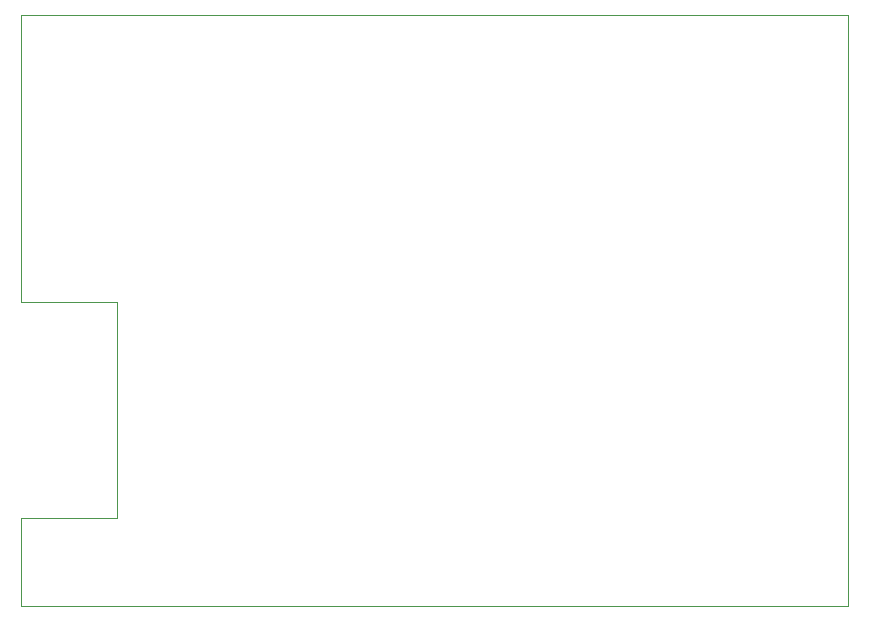
<source format=gbr>
G04 #@! TF.GenerationSoftware,KiCad,Pcbnew,(5.1.4)-1*
G04 #@! TF.CreationDate,2020-05-14T16:00:24+02:00*
G04 #@! TF.ProjectId,carte_principale,63617274-655f-4707-9269-6e636970616c,rev?*
G04 #@! TF.SameCoordinates,Original*
G04 #@! TF.FileFunction,Profile,NP*
%FSLAX46Y46*%
G04 Gerber Fmt 4.6, Leading zero omitted, Abs format (unit mm)*
G04 Created by KiCad (PCBNEW (5.1.4)-1) date 2020-05-14 16:00:24*
%MOMM*%
%LPD*%
G04 APERTURE LIST*
%ADD10C,0.100000*%
G04 APERTURE END LIST*
D10*
X100000000Y-122555000D02*
X100000000Y-130000000D01*
X108077000Y-122555000D02*
X108077000Y-104267000D01*
X108077000Y-104267000D02*
X100000000Y-104267000D01*
X108077000Y-122555000D02*
X100000000Y-122555000D01*
X170000000Y-80000000D02*
X170000000Y-130000000D01*
X100000000Y-80000000D02*
X100000000Y-104267000D01*
X100000000Y-130000000D02*
X170000000Y-130000000D01*
X100000000Y-80000000D02*
X170000000Y-80000000D01*
M02*

</source>
